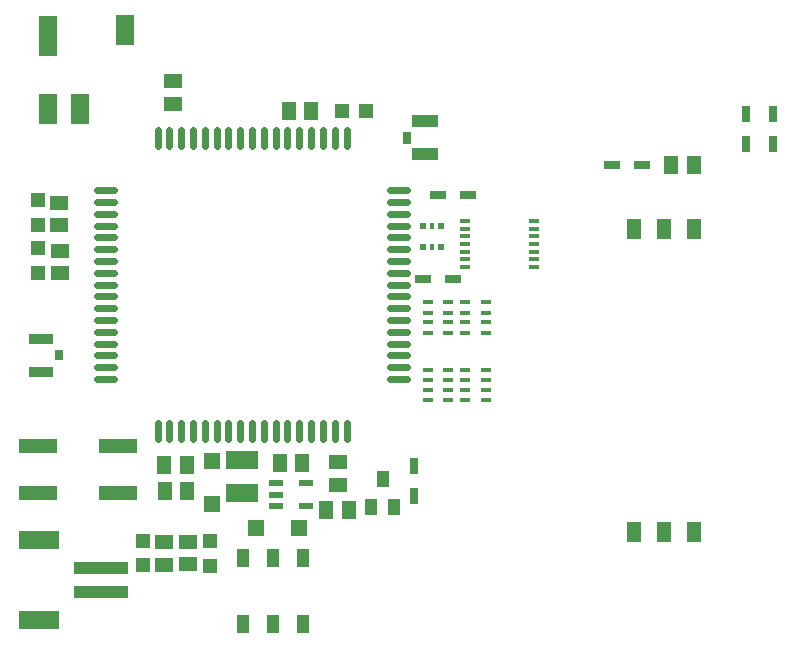
<source format=gbr>
G04 EAGLE Gerber RS-274X export*
G75*
%MOMM*%
%FSLAX34Y34*%
%LPD*%
%INSolderpaste Top*%
%IPPOS*%
%AMOC8*
5,1,8,0,0,1.08239X$1,22.5*%
G01*
%ADD10R,1.200000X0.550000*%
%ADD11R,1.200000X1.200000*%
%ADD12R,1.500000X1.300000*%
%ADD13R,4.600000X1.000000*%
%ADD14R,3.400000X1.600000*%
%ADD15R,1.300000X1.500000*%
%ADD16R,3.200000X1.200000*%
%ADD17R,1.400000X1.400000*%
%ADD18R,2.700000X1.600000*%
%ADD19R,0.500000X0.500000*%
%ADD20R,0.400000X0.500000*%
%ADD21R,1.300000X1.700000*%
%ADD22R,0.800000X1.350000*%
%ADD23R,1.000000X1.400000*%
%ADD24R,1.350000X0.800000*%
%ADD25R,0.900000X0.350000*%
%ADD26R,1.500000X2.500000*%
%ADD27R,1.500000X3.400000*%
%ADD28R,0.762000X0.965200*%
%ADD29R,2.133600X0.812800*%
%ADD30C,0.600000*%
%ADD31R,2.200000X1.050000*%
%ADD32R,0.800000X1.000000*%
%ADD33R,0.900000X0.450000*%
%ADD34R,1.000000X1.500000*%
%ADD35R,1.200000X1.300000*%


D10*
X221949Y130150D03*
X221949Y120650D03*
X221949Y111150D03*
X247951Y111150D03*
X247951Y130150D03*
D11*
X166260Y81630D03*
X166260Y60630D03*
X109680Y60680D03*
X109680Y81680D03*
D12*
X147320Y80620D03*
X147320Y61620D03*
X127000Y80460D03*
X127000Y61460D03*
D13*
X73830Y38260D03*
X73830Y58260D03*
D14*
X21830Y14260D03*
X21830Y82260D03*
D15*
X264820Y107950D03*
X283820Y107950D03*
X244450Y147320D03*
X225450Y147320D03*
D16*
X88610Y122240D03*
X20610Y122240D03*
X20610Y162240D03*
X88610Y162240D03*
D17*
X167640Y149310D03*
X167640Y112310D03*
D15*
X146820Y145900D03*
X127820Y145900D03*
X147130Y123670D03*
X128130Y123670D03*
D18*
X193040Y149890D03*
X193040Y121890D03*
D19*
X346830Y330090D03*
D20*
X354330Y330090D03*
D19*
X361830Y330090D03*
X361830Y348090D03*
D20*
X354330Y348090D03*
D19*
X346830Y348090D03*
D12*
X274320Y147930D03*
X274320Y128930D03*
D11*
X20320Y369910D03*
X20320Y348910D03*
X20320Y329270D03*
X20320Y308270D03*
D12*
X38100Y348640D03*
X38100Y367640D03*
X39370Y308000D03*
X39370Y327000D03*
D21*
X576360Y88670D03*
X550960Y88670D03*
X525560Y88670D03*
X525560Y345670D03*
X550960Y345670D03*
X576360Y345670D03*
D22*
X339090Y119380D03*
X339090Y144780D03*
D23*
X312420Y133920D03*
X321920Y109920D03*
X302920Y109920D03*
D22*
X619760Y443230D03*
X619760Y417830D03*
D24*
X384810Y374650D03*
X359410Y374650D03*
D22*
X642620Y443230D03*
X642620Y417830D03*
D25*
X440730Y313240D03*
X440730Y319740D03*
X440730Y326240D03*
X440730Y332740D03*
X440730Y339240D03*
X440730Y345740D03*
X440730Y352240D03*
X382230Y352240D03*
X382230Y345740D03*
X382230Y339240D03*
X382230Y332740D03*
X382230Y326240D03*
X382230Y319740D03*
X382230Y313240D03*
D26*
X29270Y447060D03*
X94270Y514060D03*
X56270Y447060D03*
D27*
X29270Y509060D03*
D12*
X134620Y470510D03*
X134620Y451510D03*
D28*
X38354Y238760D03*
D29*
X23114Y252714D03*
X23114Y224806D03*
D30*
X121930Y181450D02*
X121930Y167450D01*
X131930Y167450D02*
X131930Y181450D01*
X141930Y181450D02*
X141930Y167450D01*
X151930Y167450D02*
X151930Y181450D01*
X161930Y181450D02*
X161930Y167450D01*
X171930Y167450D02*
X171930Y181450D01*
X181930Y181450D02*
X181930Y167450D01*
X191930Y167450D02*
X191930Y181450D01*
X201930Y181450D02*
X201930Y167450D01*
X211930Y167450D02*
X211930Y181450D01*
X221930Y181450D02*
X221930Y167450D01*
X231930Y167450D02*
X231930Y181450D01*
X241930Y181450D02*
X241930Y167450D01*
X251930Y167450D02*
X251930Y181450D01*
X261930Y181450D02*
X261930Y167450D01*
X271930Y167450D02*
X271930Y181450D01*
X281930Y181450D02*
X281930Y167450D01*
X318930Y218450D02*
X332930Y218450D01*
X332930Y228450D02*
X318930Y228450D01*
X318930Y238450D02*
X332930Y238450D01*
X332930Y248450D02*
X318930Y248450D01*
X318930Y258450D02*
X332930Y258450D01*
X332930Y268450D02*
X318930Y268450D01*
X318930Y278450D02*
X332930Y278450D01*
X332930Y288450D02*
X318930Y288450D01*
X318930Y298450D02*
X332930Y298450D01*
X332930Y308450D02*
X318930Y308450D01*
X318930Y318450D02*
X332930Y318450D01*
X332930Y328450D02*
X318930Y328450D01*
X318930Y338450D02*
X332930Y338450D01*
X332930Y348450D02*
X318930Y348450D01*
X318930Y358450D02*
X332930Y358450D01*
X332930Y368450D02*
X318930Y368450D01*
X318930Y378450D02*
X332930Y378450D01*
X281930Y415450D02*
X281930Y429450D01*
X271930Y429450D02*
X271930Y415450D01*
X261930Y415450D02*
X261930Y429450D01*
X251930Y429450D02*
X251930Y415450D01*
X241930Y415450D02*
X241930Y429450D01*
X231930Y429450D02*
X231930Y415450D01*
X221930Y415450D02*
X221930Y429450D01*
X211930Y429450D02*
X211930Y415450D01*
X201930Y415450D02*
X201930Y429450D01*
X191930Y429450D02*
X191930Y415450D01*
X181930Y415450D02*
X181930Y429450D01*
X171930Y429450D02*
X171930Y415450D01*
X161930Y415450D02*
X161930Y429450D01*
X151930Y429450D02*
X151930Y415450D01*
X141930Y415450D02*
X141930Y429450D01*
X131930Y429450D02*
X131930Y415450D01*
X121930Y415450D02*
X121930Y429450D01*
X84930Y378450D02*
X70930Y378450D01*
X70930Y368450D02*
X84930Y368450D01*
X84930Y358450D02*
X70930Y358450D01*
X70930Y348450D02*
X84930Y348450D01*
X84930Y338450D02*
X70930Y338450D01*
X70930Y328450D02*
X84930Y328450D01*
X84930Y318450D02*
X70930Y318450D01*
X70930Y308450D02*
X84930Y308450D01*
X84930Y298450D02*
X70930Y298450D01*
X70930Y288450D02*
X84930Y288450D01*
X84930Y278450D02*
X70930Y278450D01*
X70930Y268450D02*
X84930Y268450D01*
X84930Y258450D02*
X70930Y258450D01*
X70930Y248450D02*
X84930Y248450D01*
X84930Y238450D02*
X70930Y238450D01*
X70930Y228450D02*
X84930Y228450D01*
X84930Y218450D02*
X70930Y218450D01*
D31*
X347980Y409160D03*
X347980Y436660D03*
D32*
X332730Y422910D03*
D24*
X506730Y400050D03*
X532130Y400050D03*
D33*
X350910Y200360D03*
X367910Y200360D03*
X350910Y209360D03*
X350910Y217360D03*
X350910Y226360D03*
X367910Y226360D03*
X367910Y209360D03*
X367910Y217360D03*
X382660Y200360D03*
X399660Y200360D03*
X382660Y209360D03*
X382660Y217360D03*
X382660Y226360D03*
X399660Y226360D03*
X399660Y209360D03*
X399660Y217360D03*
X382660Y257510D03*
X399660Y257510D03*
X382660Y266510D03*
X382660Y274510D03*
X382660Y283510D03*
X399660Y283510D03*
X399660Y266510D03*
X399660Y274510D03*
X350910Y257510D03*
X367910Y257510D03*
X350910Y266510D03*
X350910Y274510D03*
X350910Y283510D03*
X367910Y283510D03*
X367910Y266510D03*
X367910Y274510D03*
D15*
X556920Y400050D03*
X575920Y400050D03*
D34*
X194710Y67370D03*
X219710Y67370D03*
X244710Y67370D03*
X244710Y11370D03*
X219710Y11370D03*
X194710Y11370D03*
D17*
X242020Y92710D03*
X205020Y92710D03*
D15*
X252070Y445770D03*
X233070Y445770D03*
D35*
X298450Y445770D03*
X278130Y445770D03*
D24*
X372110Y303530D03*
X346710Y303530D03*
M02*

</source>
